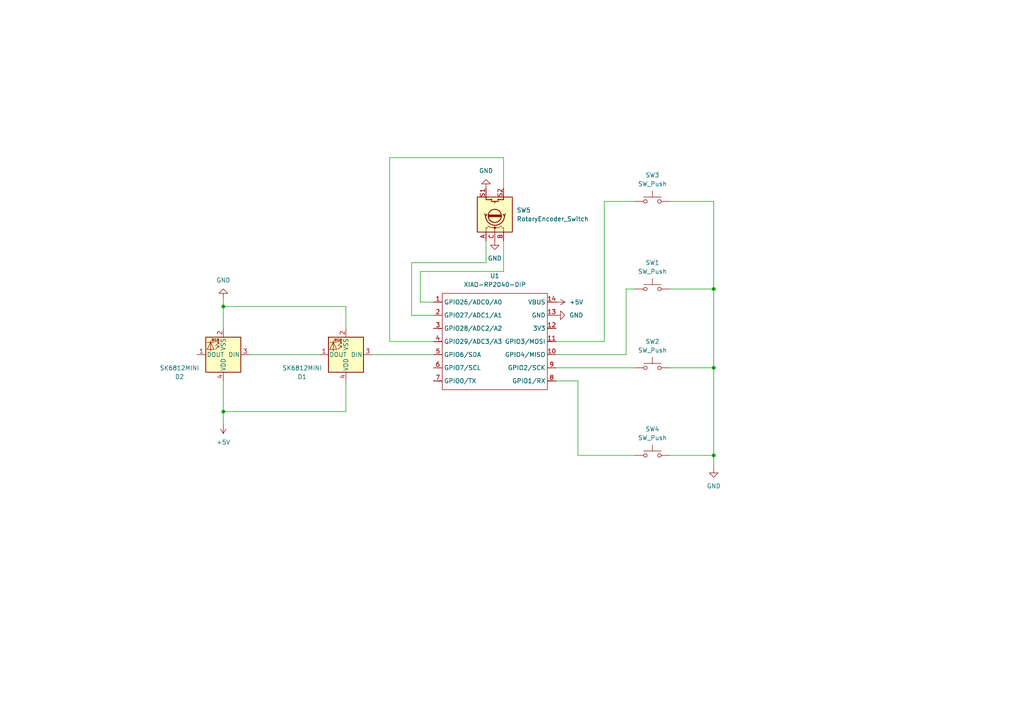
<source format=kicad_sch>
(kicad_sch
	(version 20250114)
	(generator "eeschema")
	(generator_version "9.0")
	(uuid "4f977fbf-7d3c-44e6-a8ea-d8c815258c48")
	(paper "A4")
	(lib_symbols
		(symbol "Device:RotaryEncoder_Switch"
			(pin_names
				(offset 0.254)
				(hide yes)
			)
			(exclude_from_sim no)
			(in_bom yes)
			(on_board yes)
			(property "Reference" "SW"
				(at 0 6.604 0)
				(effects
					(font
						(size 1.27 1.27)
					)
				)
			)
			(property "Value" "RotaryEncoder_Switch"
				(at 0 -6.604 0)
				(effects
					(font
						(size 1.27 1.27)
					)
				)
			)
			(property "Footprint" ""
				(at -3.81 4.064 0)
				(effects
					(font
						(size 1.27 1.27)
					)
					(hide yes)
				)
			)
			(property "Datasheet" "~"
				(at 0 6.604 0)
				(effects
					(font
						(size 1.27 1.27)
					)
					(hide yes)
				)
			)
			(property "Description" "Rotary encoder, dual channel, incremental quadrate outputs, with switch"
				(at 0 0 0)
				(effects
					(font
						(size 1.27 1.27)
					)
					(hide yes)
				)
			)
			(property "ki_keywords" "rotary switch encoder switch push button"
				(at 0 0 0)
				(effects
					(font
						(size 1.27 1.27)
					)
					(hide yes)
				)
			)
			(property "ki_fp_filters" "RotaryEncoder*Switch*"
				(at 0 0 0)
				(effects
					(font
						(size 1.27 1.27)
					)
					(hide yes)
				)
			)
			(symbol "RotaryEncoder_Switch_0_1"
				(rectangle
					(start -5.08 5.08)
					(end 5.08 -5.08)
					(stroke
						(width 0.254)
						(type default)
					)
					(fill
						(type background)
					)
				)
				(polyline
					(pts
						(xy -5.08 2.54) (xy -3.81 2.54) (xy -3.81 2.032)
					)
					(stroke
						(width 0)
						(type default)
					)
					(fill
						(type none)
					)
				)
				(polyline
					(pts
						(xy -5.08 0) (xy -3.81 0) (xy -3.81 -1.016) (xy -3.302 -2.032)
					)
					(stroke
						(width 0)
						(type default)
					)
					(fill
						(type none)
					)
				)
				(polyline
					(pts
						(xy -5.08 -2.54) (xy -3.81 -2.54) (xy -3.81 -2.032)
					)
					(stroke
						(width 0)
						(type default)
					)
					(fill
						(type none)
					)
				)
				(polyline
					(pts
						(xy -4.318 0) (xy -3.81 0) (xy -3.81 1.016) (xy -3.302 2.032)
					)
					(stroke
						(width 0)
						(type default)
					)
					(fill
						(type none)
					)
				)
				(circle
					(center -3.81 0)
					(radius 0.254)
					(stroke
						(width 0)
						(type default)
					)
					(fill
						(type outline)
					)
				)
				(polyline
					(pts
						(xy -0.635 -1.778) (xy -0.635 1.778)
					)
					(stroke
						(width 0.254)
						(type default)
					)
					(fill
						(type none)
					)
				)
				(circle
					(center -0.381 0)
					(radius 1.905)
					(stroke
						(width 0.254)
						(type default)
					)
					(fill
						(type none)
					)
				)
				(polyline
					(pts
						(xy -0.381 -1.778) (xy -0.381 1.778)
					)
					(stroke
						(width 0.254)
						(type default)
					)
					(fill
						(type none)
					)
				)
				(arc
					(start -0.381 -2.794)
					(mid -3.0988 -0.0635)
					(end -0.381 2.667)
					(stroke
						(width 0.254)
						(type default)
					)
					(fill
						(type none)
					)
				)
				(polyline
					(pts
						(xy -0.127 1.778) (xy -0.127 -1.778)
					)
					(stroke
						(width 0.254)
						(type default)
					)
					(fill
						(type none)
					)
				)
				(polyline
					(pts
						(xy 0.254 2.921) (xy -0.508 2.667) (xy 0.127 2.286)
					)
					(stroke
						(width 0.254)
						(type default)
					)
					(fill
						(type none)
					)
				)
				(polyline
					(pts
						(xy 0.254 -3.048) (xy -0.508 -2.794) (xy 0.127 -2.413)
					)
					(stroke
						(width 0.254)
						(type default)
					)
					(fill
						(type none)
					)
				)
				(polyline
					(pts
						(xy 3.81 1.016) (xy 3.81 -1.016)
					)
					(stroke
						(width 0.254)
						(type default)
					)
					(fill
						(type none)
					)
				)
				(polyline
					(pts
						(xy 3.81 0) (xy 3.429 0)
					)
					(stroke
						(width 0.254)
						(type default)
					)
					(fill
						(type none)
					)
				)
				(circle
					(center 4.318 1.016)
					(radius 0.127)
					(stroke
						(width 0.254)
						(type default)
					)
					(fill
						(type none)
					)
				)
				(circle
					(center 4.318 -1.016)
					(radius 0.127)
					(stroke
						(width 0.254)
						(type default)
					)
					(fill
						(type none)
					)
				)
				(polyline
					(pts
						(xy 5.08 2.54) (xy 4.318 2.54) (xy 4.318 1.016)
					)
					(stroke
						(width 0.254)
						(type default)
					)
					(fill
						(type none)
					)
				)
				(polyline
					(pts
						(xy 5.08 -2.54) (xy 4.318 -2.54) (xy 4.318 -1.016)
					)
					(stroke
						(width 0.254)
						(type default)
					)
					(fill
						(type none)
					)
				)
			)
			(symbol "RotaryEncoder_Switch_1_1"
				(pin passive line
					(at -7.62 2.54 0)
					(length 2.54)
					(name "A"
						(effects
							(font
								(size 1.27 1.27)
							)
						)
					)
					(number "A"
						(effects
							(font
								(size 1.27 1.27)
							)
						)
					)
				)
				(pin passive line
					(at -7.62 0 0)
					(length 2.54)
					(name "C"
						(effects
							(font
								(size 1.27 1.27)
							)
						)
					)
					(number "C"
						(effects
							(font
								(size 1.27 1.27)
							)
						)
					)
				)
				(pin passive line
					(at -7.62 -2.54 0)
					(length 2.54)
					(name "B"
						(effects
							(font
								(size 1.27 1.27)
							)
						)
					)
					(number "B"
						(effects
							(font
								(size 1.27 1.27)
							)
						)
					)
				)
				(pin passive line
					(at 7.62 2.54 180)
					(length 2.54)
					(name "S1"
						(effects
							(font
								(size 1.27 1.27)
							)
						)
					)
					(number "S1"
						(effects
							(font
								(size 1.27 1.27)
							)
						)
					)
				)
				(pin passive line
					(at 7.62 -2.54 180)
					(length 2.54)
					(name "S2"
						(effects
							(font
								(size 1.27 1.27)
							)
						)
					)
					(number "S2"
						(effects
							(font
								(size 1.27 1.27)
							)
						)
					)
				)
			)
			(embedded_fonts no)
		)
		(symbol "LED:SK6812MINI"
			(pin_names
				(offset 0.254)
			)
			(exclude_from_sim no)
			(in_bom yes)
			(on_board yes)
			(property "Reference" "D"
				(at 5.08 5.715 0)
				(effects
					(font
						(size 1.27 1.27)
					)
					(justify right bottom)
				)
			)
			(property "Value" "SK6812MINI"
				(at 1.27 -5.715 0)
				(effects
					(font
						(size 1.27 1.27)
					)
					(justify left top)
				)
			)
			(property "Footprint" "LED_SMD:LED_SK6812MINI_PLCC4_3.5x3.5mm_P1.75mm"
				(at 1.27 -7.62 0)
				(effects
					(font
						(size 1.27 1.27)
					)
					(justify left top)
					(hide yes)
				)
			)
			(property "Datasheet" "https://cdn-shop.adafruit.com/product-files/2686/SK6812MINI_REV.01-1-2.pdf"
				(at 2.54 -9.525 0)
				(effects
					(font
						(size 1.27 1.27)
					)
					(justify left top)
					(hide yes)
				)
			)
			(property "Description" "RGB LED with integrated controller"
				(at 0 0 0)
				(effects
					(font
						(size 1.27 1.27)
					)
					(hide yes)
				)
			)
			(property "ki_keywords" "RGB LED NeoPixel Mini addressable"
				(at 0 0 0)
				(effects
					(font
						(size 1.27 1.27)
					)
					(hide yes)
				)
			)
			(property "ki_fp_filters" "LED*SK6812MINI*PLCC*3.5x3.5mm*P1.75mm*"
				(at 0 0 0)
				(effects
					(font
						(size 1.27 1.27)
					)
					(hide yes)
				)
			)
			(symbol "SK6812MINI_0_0"
				(text "RGB"
					(at 2.286 -4.191 0)
					(effects
						(font
							(size 0.762 0.762)
						)
					)
				)
			)
			(symbol "SK6812MINI_0_1"
				(polyline
					(pts
						(xy 1.27 -2.54) (xy 1.778 -2.54)
					)
					(stroke
						(width 0)
						(type default)
					)
					(fill
						(type none)
					)
				)
				(polyline
					(pts
						(xy 1.27 -3.556) (xy 1.778 -3.556)
					)
					(stroke
						(width 0)
						(type default)
					)
					(fill
						(type none)
					)
				)
				(polyline
					(pts
						(xy 2.286 -1.524) (xy 1.27 -2.54) (xy 1.27 -2.032)
					)
					(stroke
						(width 0)
						(type default)
					)
					(fill
						(type none)
					)
				)
				(polyline
					(pts
						(xy 2.286 -2.54) (xy 1.27 -3.556) (xy 1.27 -3.048)
					)
					(stroke
						(width 0)
						(type default)
					)
					(fill
						(type none)
					)
				)
				(polyline
					(pts
						(xy 3.683 -1.016) (xy 3.683 -3.556) (xy 3.683 -4.064)
					)
					(stroke
						(width 0)
						(type default)
					)
					(fill
						(type none)
					)
				)
				(polyline
					(pts
						(xy 4.699 -1.524) (xy 2.667 -1.524) (xy 3.683 -3.556) (xy 4.699 -1.524)
					)
					(stroke
						(width 0)
						(type default)
					)
					(fill
						(type none)
					)
				)
				(polyline
					(pts
						(xy 4.699 -3.556) (xy 2.667 -3.556)
					)
					(stroke
						(width 0)
						(type default)
					)
					(fill
						(type none)
					)
				)
				(rectangle
					(start 5.08 5.08)
					(end -5.08 -5.08)
					(stroke
						(width 0.254)
						(type default)
					)
					(fill
						(type background)
					)
				)
			)
			(symbol "SK6812MINI_1_1"
				(pin input line
					(at -7.62 0 0)
					(length 2.54)
					(name "DIN"
						(effects
							(font
								(size 1.27 1.27)
							)
						)
					)
					(number "3"
						(effects
							(font
								(size 1.27 1.27)
							)
						)
					)
				)
				(pin power_in line
					(at 0 7.62 270)
					(length 2.54)
					(name "VDD"
						(effects
							(font
								(size 1.27 1.27)
							)
						)
					)
					(number "4"
						(effects
							(font
								(size 1.27 1.27)
							)
						)
					)
				)
				(pin power_in line
					(at 0 -7.62 90)
					(length 2.54)
					(name "VSS"
						(effects
							(font
								(size 1.27 1.27)
							)
						)
					)
					(number "2"
						(effects
							(font
								(size 1.27 1.27)
							)
						)
					)
				)
				(pin output line
					(at 7.62 0 180)
					(length 2.54)
					(name "DOUT"
						(effects
							(font
								(size 1.27 1.27)
							)
						)
					)
					(number "1"
						(effects
							(font
								(size 1.27 1.27)
							)
						)
					)
				)
			)
			(embedded_fonts no)
		)
		(symbol "OPL library:XIAO-RP2040-DIP"
			(exclude_from_sim no)
			(in_bom yes)
			(on_board yes)
			(property "Reference" "U"
				(at 0 0 0)
				(effects
					(font
						(size 1.27 1.27)
					)
				)
			)
			(property "Value" "XIAO-RP2040-DIP"
				(at 5.334 -1.778 0)
				(effects
					(font
						(size 1.27 1.27)
					)
				)
			)
			(property "Footprint" "Module:MOUDLE14P-XIAO-DIP-SMD"
				(at 14.478 -32.258 0)
				(effects
					(font
						(size 1.27 1.27)
					)
					(hide yes)
				)
			)
			(property "Datasheet" ""
				(at 0 0 0)
				(effects
					(font
						(size 1.27 1.27)
					)
					(hide yes)
				)
			)
			(property "Description" ""
				(at 0 0 0)
				(effects
					(font
						(size 1.27 1.27)
					)
					(hide yes)
				)
			)
			(symbol "XIAO-RP2040-DIP_1_0"
				(polyline
					(pts
						(xy -1.27 -2.54) (xy 29.21 -2.54)
					)
					(stroke
						(width 0.1524)
						(type solid)
					)
					(fill
						(type none)
					)
				)
				(polyline
					(pts
						(xy -1.27 -5.08) (xy -2.54 -5.08)
					)
					(stroke
						(width 0.1524)
						(type solid)
					)
					(fill
						(type none)
					)
				)
				(polyline
					(pts
						(xy -1.27 -5.08) (xy -1.27 -2.54)
					)
					(stroke
						(width 0.1524)
						(type solid)
					)
					(fill
						(type none)
					)
				)
				(polyline
					(pts
						(xy -1.27 -8.89) (xy -2.54 -8.89)
					)
					(stroke
						(width 0.1524)
						(type solid)
					)
					(fill
						(type none)
					)
				)
				(polyline
					(pts
						(xy -1.27 -8.89) (xy -1.27 -5.08)
					)
					(stroke
						(width 0.1524)
						(type solid)
					)
					(fill
						(type none)
					)
				)
				(polyline
					(pts
						(xy -1.27 -12.7) (xy -2.54 -12.7)
					)
					(stroke
						(width 0.1524)
						(type solid)
					)
					(fill
						(type none)
					)
				)
				(polyline
					(pts
						(xy -1.27 -12.7) (xy -1.27 -8.89)
					)
					(stroke
						(width 0.1524)
						(type solid)
					)
					(fill
						(type none)
					)
				)
				(polyline
					(pts
						(xy -1.27 -16.51) (xy -2.54 -16.51)
					)
					(stroke
						(width 0.1524)
						(type solid)
					)
					(fill
						(type none)
					)
				)
				(polyline
					(pts
						(xy -1.27 -16.51) (xy -1.27 -12.7)
					)
					(stroke
						(width 0.1524)
						(type solid)
					)
					(fill
						(type none)
					)
				)
				(polyline
					(pts
						(xy -1.27 -20.32) (xy -2.54 -20.32)
					)
					(stroke
						(width 0.1524)
						(type solid)
					)
					(fill
						(type none)
					)
				)
				(polyline
					(pts
						(xy -1.27 -24.13) (xy -2.54 -24.13)
					)
					(stroke
						(width 0.1524)
						(type solid)
					)
					(fill
						(type none)
					)
				)
				(polyline
					(pts
						(xy -1.27 -27.94) (xy -2.54 -27.94)
					)
					(stroke
						(width 0.1524)
						(type solid)
					)
					(fill
						(type none)
					)
				)
				(polyline
					(pts
						(xy -1.27 -30.48) (xy -1.27 -16.51)
					)
					(stroke
						(width 0.1524)
						(type solid)
					)
					(fill
						(type none)
					)
				)
				(polyline
					(pts
						(xy 29.21 -2.54) (xy 29.21 -5.08)
					)
					(stroke
						(width 0.1524)
						(type solid)
					)
					(fill
						(type none)
					)
				)
				(polyline
					(pts
						(xy 29.21 -5.08) (xy 29.21 -8.89)
					)
					(stroke
						(width 0.1524)
						(type solid)
					)
					(fill
						(type none)
					)
				)
				(polyline
					(pts
						(xy 29.21 -8.89) (xy 29.21 -12.7)
					)
					(stroke
						(width 0.1524)
						(type solid)
					)
					(fill
						(type none)
					)
				)
				(polyline
					(pts
						(xy 29.21 -12.7) (xy 29.21 -30.48)
					)
					(stroke
						(width 0.1524)
						(type solid)
					)
					(fill
						(type none)
					)
				)
				(polyline
					(pts
						(xy 29.21 -30.48) (xy -1.27 -30.48)
					)
					(stroke
						(width 0.1524)
						(type solid)
					)
					(fill
						(type none)
					)
				)
				(polyline
					(pts
						(xy 30.48 -5.08) (xy 29.21 -5.08)
					)
					(stroke
						(width 0.1524)
						(type solid)
					)
					(fill
						(type none)
					)
				)
				(polyline
					(pts
						(xy 30.48 -8.89) (xy 29.21 -8.89)
					)
					(stroke
						(width 0.1524)
						(type solid)
					)
					(fill
						(type none)
					)
				)
				(polyline
					(pts
						(xy 30.48 -12.7) (xy 29.21 -12.7)
					)
					(stroke
						(width 0.1524)
						(type solid)
					)
					(fill
						(type none)
					)
				)
				(polyline
					(pts
						(xy 30.48 -16.51) (xy 29.21 -16.51)
					)
					(stroke
						(width 0.1524)
						(type solid)
					)
					(fill
						(type none)
					)
				)
				(polyline
					(pts
						(xy 30.48 -20.32) (xy 29.21 -20.32)
					)
					(stroke
						(width 0.1524)
						(type solid)
					)
					(fill
						(type none)
					)
				)
				(polyline
					(pts
						(xy 30.48 -24.13) (xy 29.21 -24.13)
					)
					(stroke
						(width 0.1524)
						(type solid)
					)
					(fill
						(type none)
					)
				)
				(polyline
					(pts
						(xy 30.48 -27.94) (xy 29.21 -27.94)
					)
					(stroke
						(width 0.1524)
						(type solid)
					)
					(fill
						(type none)
					)
				)
				(pin passive line
					(at -3.81 -5.08 0)
					(length 2.54)
					(name "GPIO26/ADC0/A0"
						(effects
							(font
								(size 1.27 1.27)
							)
						)
					)
					(number "1"
						(effects
							(font
								(size 1.27 1.27)
							)
						)
					)
				)
				(pin passive line
					(at -3.81 -8.89 0)
					(length 2.54)
					(name "GPIO27/ADC1/A1"
						(effects
							(font
								(size 1.27 1.27)
							)
						)
					)
					(number "2"
						(effects
							(font
								(size 1.27 1.27)
							)
						)
					)
				)
				(pin passive line
					(at -3.81 -12.7 0)
					(length 2.54)
					(name "GPIO28/ADC2/A2"
						(effects
							(font
								(size 1.27 1.27)
							)
						)
					)
					(number "3"
						(effects
							(font
								(size 1.27 1.27)
							)
						)
					)
				)
				(pin passive line
					(at -3.81 -16.51 0)
					(length 2.54)
					(name "GPIO29/ADC3/A3"
						(effects
							(font
								(size 1.27 1.27)
							)
						)
					)
					(number "4"
						(effects
							(font
								(size 1.27 1.27)
							)
						)
					)
				)
				(pin passive line
					(at -3.81 -20.32 0)
					(length 2.54)
					(name "GPIO6/SDA"
						(effects
							(font
								(size 1.27 1.27)
							)
						)
					)
					(number "5"
						(effects
							(font
								(size 1.27 1.27)
							)
						)
					)
				)
				(pin passive line
					(at -3.81 -24.13 0)
					(length 2.54)
					(name "GPIO7/SCL"
						(effects
							(font
								(size 1.27 1.27)
							)
						)
					)
					(number "6"
						(effects
							(font
								(size 1.27 1.27)
							)
						)
					)
				)
				(pin passive line
					(at -3.81 -27.94 0)
					(length 2.54)
					(name "GPIO0/TX"
						(effects
							(font
								(size 1.27 1.27)
							)
						)
					)
					(number "7"
						(effects
							(font
								(size 1.27 1.27)
							)
						)
					)
				)
				(pin passive line
					(at 31.75 -5.08 180)
					(length 2.54)
					(name "VBUS"
						(effects
							(font
								(size 1.27 1.27)
							)
						)
					)
					(number "14"
						(effects
							(font
								(size 1.27 1.27)
							)
						)
					)
				)
				(pin passive line
					(at 31.75 -8.89 180)
					(length 2.54)
					(name "GND"
						(effects
							(font
								(size 1.27 1.27)
							)
						)
					)
					(number "13"
						(effects
							(font
								(size 1.27 1.27)
							)
						)
					)
				)
				(pin passive line
					(at 31.75 -12.7 180)
					(length 2.54)
					(name "3V3"
						(effects
							(font
								(size 1.27 1.27)
							)
						)
					)
					(number "12"
						(effects
							(font
								(size 1.27 1.27)
							)
						)
					)
				)
				(pin passive line
					(at 31.75 -16.51 180)
					(length 2.54)
					(name "GPIO3/MOSI"
						(effects
							(font
								(size 1.27 1.27)
							)
						)
					)
					(number "11"
						(effects
							(font
								(size 1.27 1.27)
							)
						)
					)
				)
				(pin passive line
					(at 31.75 -20.32 180)
					(length 2.54)
					(name "GPIO4/MISO"
						(effects
							(font
								(size 1.27 1.27)
							)
						)
					)
					(number "10"
						(effects
							(font
								(size 1.27 1.27)
							)
						)
					)
				)
				(pin passive line
					(at 31.75 -24.13 180)
					(length 2.54)
					(name "GPIO2/SCK"
						(effects
							(font
								(size 1.27 1.27)
							)
						)
					)
					(number "9"
						(effects
							(font
								(size 1.27 1.27)
							)
						)
					)
				)
				(pin passive line
					(at 31.75 -27.94 180)
					(length 2.54)
					(name "GPIO1/RX"
						(effects
							(font
								(size 1.27 1.27)
							)
						)
					)
					(number "8"
						(effects
							(font
								(size 1.27 1.27)
							)
						)
					)
				)
			)
			(embedded_fonts no)
		)
		(symbol "Switch:SW_Push"
			(pin_numbers
				(hide yes)
			)
			(pin_names
				(offset 1.016)
				(hide yes)
			)
			(exclude_from_sim no)
			(in_bom yes)
			(on_board yes)
			(property "Reference" "SW"
				(at 1.27 2.54 0)
				(effects
					(font
						(size 1.27 1.27)
					)
					(justify left)
				)
			)
			(property "Value" "SW_Push"
				(at 0 -1.524 0)
				(effects
					(font
						(size 1.27 1.27)
					)
				)
			)
			(property "Footprint" ""
				(at 0 5.08 0)
				(effects
					(font
						(size 1.27 1.27)
					)
					(hide yes)
				)
			)
			(property "Datasheet" "~"
				(at 0 5.08 0)
				(effects
					(font
						(size 1.27 1.27)
					)
					(hide yes)
				)
			)
			(property "Description" "Push button switch, generic, two pins"
				(at 0 0 0)
				(effects
					(font
						(size 1.27 1.27)
					)
					(hide yes)
				)
			)
			(property "ki_keywords" "switch normally-open pushbutton push-button"
				(at 0 0 0)
				(effects
					(font
						(size 1.27 1.27)
					)
					(hide yes)
				)
			)
			(symbol "SW_Push_0_1"
				(circle
					(center -2.032 0)
					(radius 0.508)
					(stroke
						(width 0)
						(type default)
					)
					(fill
						(type none)
					)
				)
				(polyline
					(pts
						(xy 0 1.27) (xy 0 3.048)
					)
					(stroke
						(width 0)
						(type default)
					)
					(fill
						(type none)
					)
				)
				(circle
					(center 2.032 0)
					(radius 0.508)
					(stroke
						(width 0)
						(type default)
					)
					(fill
						(type none)
					)
				)
				(polyline
					(pts
						(xy 2.54 1.27) (xy -2.54 1.27)
					)
					(stroke
						(width 0)
						(type default)
					)
					(fill
						(type none)
					)
				)
				(pin passive line
					(at -5.08 0 0)
					(length 2.54)
					(name "1"
						(effects
							(font
								(size 1.27 1.27)
							)
						)
					)
					(number "1"
						(effects
							(font
								(size 1.27 1.27)
							)
						)
					)
				)
				(pin passive line
					(at 5.08 0 180)
					(length 2.54)
					(name "2"
						(effects
							(font
								(size 1.27 1.27)
							)
						)
					)
					(number "2"
						(effects
							(font
								(size 1.27 1.27)
							)
						)
					)
				)
			)
			(embedded_fonts no)
		)
		(symbol "power:+5V"
			(power)
			(pin_numbers
				(hide yes)
			)
			(pin_names
				(offset 0)
				(hide yes)
			)
			(exclude_from_sim no)
			(in_bom yes)
			(on_board yes)
			(property "Reference" "#PWR"
				(at 0 -3.81 0)
				(effects
					(font
						(size 1.27 1.27)
					)
					(hide yes)
				)
			)
			(property "Value" "+5V"
				(at 0 3.556 0)
				(effects
					(font
						(size 1.27 1.27)
					)
				)
			)
			(property "Footprint" ""
				(at 0 0 0)
				(effects
					(font
						(size 1.27 1.27)
					)
					(hide yes)
				)
			)
			(property "Datasheet" ""
				(at 0 0 0)
				(effects
					(font
						(size 1.27 1.27)
					)
					(hide yes)
				)
			)
			(property "Description" "Power symbol creates a global label with name \"+5V\""
				(at 0 0 0)
				(effects
					(font
						(size 1.27 1.27)
					)
					(hide yes)
				)
			)
			(property "ki_keywords" "global power"
				(at 0 0 0)
				(effects
					(font
						(size 1.27 1.27)
					)
					(hide yes)
				)
			)
			(symbol "+5V_0_1"
				(polyline
					(pts
						(xy -0.762 1.27) (xy 0 2.54)
					)
					(stroke
						(width 0)
						(type default)
					)
					(fill
						(type none)
					)
				)
				(polyline
					(pts
						(xy 0 2.54) (xy 0.762 1.27)
					)
					(stroke
						(width 0)
						(type default)
					)
					(fill
						(type none)
					)
				)
				(polyline
					(pts
						(xy 0 0) (xy 0 2.54)
					)
					(stroke
						(width 0)
						(type default)
					)
					(fill
						(type none)
					)
				)
			)
			(symbol "+5V_1_1"
				(pin power_in line
					(at 0 0 90)
					(length 0)
					(name "~"
						(effects
							(font
								(size 1.27 1.27)
							)
						)
					)
					(number "1"
						(effects
							(font
								(size 1.27 1.27)
							)
						)
					)
				)
			)
			(embedded_fonts no)
		)
		(symbol "power:GND"
			(power)
			(pin_numbers
				(hide yes)
			)
			(pin_names
				(offset 0)
				(hide yes)
			)
			(exclude_from_sim no)
			(in_bom yes)
			(on_board yes)
			(property "Reference" "#PWR"
				(at 0 -6.35 0)
				(effects
					(font
						(size 1.27 1.27)
					)
					(hide yes)
				)
			)
			(property "Value" "GND"
				(at 0 -3.81 0)
				(effects
					(font
						(size 1.27 1.27)
					)
				)
			)
			(property "Footprint" ""
				(at 0 0 0)
				(effects
					(font
						(size 1.27 1.27)
					)
					(hide yes)
				)
			)
			(property "Datasheet" ""
				(at 0 0 0)
				(effects
					(font
						(size 1.27 1.27)
					)
					(hide yes)
				)
			)
			(property "Description" "Power symbol creates a global label with name \"GND\" , ground"
				(at 0 0 0)
				(effects
					(font
						(size 1.27 1.27)
					)
					(hide yes)
				)
			)
			(property "ki_keywords" "global power"
				(at 0 0 0)
				(effects
					(font
						(size 1.27 1.27)
					)
					(hide yes)
				)
			)
			(symbol "GND_0_1"
				(polyline
					(pts
						(xy 0 0) (xy 0 -1.27) (xy 1.27 -1.27) (xy 0 -2.54) (xy -1.27 -1.27) (xy 0 -1.27)
					)
					(stroke
						(width 0)
						(type default)
					)
					(fill
						(type none)
					)
				)
			)
			(symbol "GND_1_1"
				(pin power_in line
					(at 0 0 270)
					(length 0)
					(name "~"
						(effects
							(font
								(size 1.27 1.27)
							)
						)
					)
					(number "1"
						(effects
							(font
								(size 1.27 1.27)
							)
						)
					)
				)
			)
			(embedded_fonts no)
		)
	)
	(junction
		(at 207.01 106.68)
		(diameter 0)
		(color 0 0 0 0)
		(uuid "69ab3ded-8bd3-4e7a-a7e3-e70fde6d2bca")
	)
	(junction
		(at 64.77 119.38)
		(diameter 0)
		(color 0 0 0 0)
		(uuid "7e2acadf-240e-4845-a0f5-e4be6026f37c")
	)
	(junction
		(at 207.01 132.08)
		(diameter 0)
		(color 0 0 0 0)
		(uuid "af993e26-3a14-437e-81b9-d4474d1ba1d8")
	)
	(junction
		(at 64.77 88.9)
		(diameter 0)
		(color 0 0 0 0)
		(uuid "b378703e-edc5-4454-8798-2ebf3817d413")
	)
	(junction
		(at 207.01 83.82)
		(diameter 0)
		(color 0 0 0 0)
		(uuid "e42c66ff-fd65-4e56-a867-7dfb0850ef40")
	)
	(wire
		(pts
			(xy 184.15 58.42) (xy 175.26 58.42)
		)
		(stroke
			(width 0)
			(type default)
		)
		(uuid "03aade03-266d-47e9-b725-0457e51cd5b3")
	)
	(wire
		(pts
			(xy 181.61 102.87) (xy 161.29 102.87)
		)
		(stroke
			(width 0)
			(type default)
		)
		(uuid "2002638f-7a23-4a44-b147-a3b0ba445a05")
	)
	(wire
		(pts
			(xy 64.77 123.19) (xy 64.77 119.38)
		)
		(stroke
			(width 0)
			(type default)
		)
		(uuid "207ccb17-b239-46bb-98a6-ee384d9a90a3")
	)
	(wire
		(pts
			(xy 194.31 58.42) (xy 207.01 58.42)
		)
		(stroke
			(width 0)
			(type default)
		)
		(uuid "21fd5892-eba1-4f91-9b40-d932903ed015")
	)
	(wire
		(pts
			(xy 194.31 83.82) (xy 207.01 83.82)
		)
		(stroke
			(width 0)
			(type default)
		)
		(uuid "286b1b80-5f92-44a9-9d75-163c645d8fc6")
	)
	(wire
		(pts
			(xy 64.77 88.9) (xy 64.77 86.36)
		)
		(stroke
			(width 0)
			(type default)
		)
		(uuid "2d0d9e4a-477b-43e6-91db-3b1e51e79755")
	)
	(wire
		(pts
			(xy 184.15 83.82) (xy 181.61 83.82)
		)
		(stroke
			(width 0)
			(type default)
		)
		(uuid "3251401f-7b13-4d36-8eef-426d7c8a386d")
	)
	(wire
		(pts
			(xy 100.33 110.49) (xy 100.33 119.38)
		)
		(stroke
			(width 0)
			(type default)
		)
		(uuid "3fad3ec6-5ac5-45e8-b97b-5f0d2538e5f7")
	)
	(wire
		(pts
			(xy 194.31 106.68) (xy 207.01 106.68)
		)
		(stroke
			(width 0)
			(type default)
		)
		(uuid "421ac186-9e93-4c86-b478-824527ed0e13")
	)
	(wire
		(pts
			(xy 146.05 45.72) (xy 113.03 45.72)
		)
		(stroke
			(width 0)
			(type default)
		)
		(uuid "4cb8376b-5656-4ff7-98c7-ba7d28baef9f")
	)
	(wire
		(pts
			(xy 100.33 119.38) (xy 64.77 119.38)
		)
		(stroke
			(width 0)
			(type default)
		)
		(uuid "4e7c1765-e4c1-4c33-8a3a-f79498e32a31")
	)
	(wire
		(pts
			(xy 167.64 132.08) (xy 167.64 110.49)
		)
		(stroke
			(width 0)
			(type default)
		)
		(uuid "4fbbd810-d122-4aa5-b52b-83eb5e99a9fe")
	)
	(wire
		(pts
			(xy 100.33 88.9) (xy 64.77 88.9)
		)
		(stroke
			(width 0)
			(type default)
		)
		(uuid "532e2e41-91f7-4e2c-bacc-882e1234122b")
	)
	(wire
		(pts
			(xy 207.01 132.08) (xy 207.01 135.89)
		)
		(stroke
			(width 0)
			(type default)
		)
		(uuid "56e4bbf4-79be-4784-9a28-ac035f7186b3")
	)
	(wire
		(pts
			(xy 140.97 69.85) (xy 140.97 76.2)
		)
		(stroke
			(width 0)
			(type default)
		)
		(uuid "57ff7107-b15f-4b22-8979-43bf70c21e9b")
	)
	(wire
		(pts
			(xy 121.92 87.63) (xy 125.73 87.63)
		)
		(stroke
			(width 0)
			(type default)
		)
		(uuid "597c008f-acd9-4be7-8a00-720e1c36cb68")
	)
	(wire
		(pts
			(xy 113.03 45.72) (xy 113.03 99.06)
		)
		(stroke
			(width 0)
			(type default)
		)
		(uuid "59cc037f-d4cc-46ff-95c6-e5004ec98396")
	)
	(wire
		(pts
			(xy 119.38 76.2) (xy 119.38 91.44)
		)
		(stroke
			(width 0)
			(type default)
		)
		(uuid "638ddf6f-0d91-4cec-a944-63b714c6d662")
	)
	(wire
		(pts
			(xy 107.95 102.87) (xy 125.73 102.87)
		)
		(stroke
			(width 0)
			(type default)
		)
		(uuid "703d65b1-6a45-4f45-88d9-99436c8a1305")
	)
	(wire
		(pts
			(xy 121.92 78.74) (xy 121.92 87.63)
		)
		(stroke
			(width 0)
			(type default)
		)
		(uuid "73dd4ffe-a931-40f7-a5a0-57bde25ee024")
	)
	(wire
		(pts
			(xy 207.01 106.68) (xy 207.01 132.08)
		)
		(stroke
			(width 0)
			(type default)
		)
		(uuid "7ca3bb13-80b1-4972-891e-fe5c48e1a072")
	)
	(wire
		(pts
			(xy 140.97 76.2) (xy 119.38 76.2)
		)
		(stroke
			(width 0)
			(type default)
		)
		(uuid "87d86983-dea6-4af0-bb5a-c747e39b0837")
	)
	(wire
		(pts
			(xy 64.77 119.38) (xy 64.77 110.49)
		)
		(stroke
			(width 0)
			(type default)
		)
		(uuid "885d2613-46f8-48ea-b98b-43c276516046")
	)
	(wire
		(pts
			(xy 167.64 110.49) (xy 161.29 110.49)
		)
		(stroke
			(width 0)
			(type default)
		)
		(uuid "89576b12-93eb-4f05-b65f-6927ba71338f")
	)
	(wire
		(pts
			(xy 161.29 106.68) (xy 184.15 106.68)
		)
		(stroke
			(width 0)
			(type default)
		)
		(uuid "a75bb8c1-bd55-4a12-9609-7d8e6cb07463")
	)
	(wire
		(pts
			(xy 119.38 91.44) (xy 125.73 91.44)
		)
		(stroke
			(width 0)
			(type default)
		)
		(uuid "a76468b4-f406-4953-93e4-6b6f071321ad")
	)
	(wire
		(pts
			(xy 146.05 69.85) (xy 146.05 78.74)
		)
		(stroke
			(width 0)
			(type default)
		)
		(uuid "ae35c04e-c2b9-43b4-a919-4a8e3c02ee43")
	)
	(wire
		(pts
			(xy 100.33 95.25) (xy 100.33 88.9)
		)
		(stroke
			(width 0)
			(type default)
		)
		(uuid "bd9e9ae2-c76f-475b-8667-87599cf60d6c")
	)
	(wire
		(pts
			(xy 92.71 102.87) (xy 72.39 102.87)
		)
		(stroke
			(width 0)
			(type default)
		)
		(uuid "cd1a6d13-4fc1-475d-a08d-e6266673bab1")
	)
	(wire
		(pts
			(xy 175.26 99.06) (xy 161.29 99.06)
		)
		(stroke
			(width 0)
			(type default)
		)
		(uuid "ce0bdf07-18e4-4a07-a004-c096dcc4f77a")
	)
	(wire
		(pts
			(xy 64.77 95.25) (xy 64.77 88.9)
		)
		(stroke
			(width 0)
			(type default)
		)
		(uuid "d2420d19-ce43-4849-a140-b8fa690c7d46")
	)
	(wire
		(pts
			(xy 207.01 58.42) (xy 207.01 83.82)
		)
		(stroke
			(width 0)
			(type default)
		)
		(uuid "d3557ba0-f94c-4689-a2b4-a3d8236652d2")
	)
	(wire
		(pts
			(xy 113.03 99.06) (xy 125.73 99.06)
		)
		(stroke
			(width 0)
			(type default)
		)
		(uuid "d9e98c84-be32-464d-94d0-7ca6514ca671")
	)
	(wire
		(pts
			(xy 184.15 132.08) (xy 167.64 132.08)
		)
		(stroke
			(width 0)
			(type default)
		)
		(uuid "dceb6e74-ef8d-47aa-87d1-2761d5091f3b")
	)
	(wire
		(pts
			(xy 207.01 83.82) (xy 207.01 106.68)
		)
		(stroke
			(width 0)
			(type default)
		)
		(uuid "e0885bbc-e48c-4d69-9077-f2ab00463e4e")
	)
	(wire
		(pts
			(xy 175.26 58.42) (xy 175.26 99.06)
		)
		(stroke
			(width 0)
			(type default)
		)
		(uuid "e703fd3d-b844-49ab-9217-0b845c41e53c")
	)
	(wire
		(pts
			(xy 146.05 54.61) (xy 146.05 45.72)
		)
		(stroke
			(width 0)
			(type default)
		)
		(uuid "ed2db825-f75f-46ea-b7b6-051e792c70f4")
	)
	(wire
		(pts
			(xy 194.31 132.08) (xy 207.01 132.08)
		)
		(stroke
			(width 0)
			(type default)
		)
		(uuid "ede791cf-e151-4d5d-9c5f-edae32fca000")
	)
	(wire
		(pts
			(xy 181.61 83.82) (xy 181.61 102.87)
		)
		(stroke
			(width 0)
			(type default)
		)
		(uuid "f29b2f1d-a5f3-4cde-9191-88d50b1dbe88")
	)
	(wire
		(pts
			(xy 146.05 78.74) (xy 121.92 78.74)
		)
		(stroke
			(width 0)
			(type default)
		)
		(uuid "fc6d1fe8-4576-4aa1-9d2b-f458e7d0e25a")
	)
	(symbol
		(lib_id "OPL library:XIAO-RP2040-DIP")
		(at 129.54 82.55 0)
		(unit 1)
		(exclude_from_sim no)
		(in_bom yes)
		(on_board yes)
		(dnp no)
		(fields_autoplaced yes)
		(uuid "0a4fc685-9b55-463e-b433-24abe3b5b0cb")
		(property "Reference" "U1"
			(at 143.51 80.01 0)
			(effects
				(font
					(size 1.27 1.27)
				)
			)
		)
		(property "Value" "XIAO-RP2040-DIP"
			(at 143.51 82.55 0)
			(effects
				(font
					(size 1.27 1.27)
				)
			)
		)
		(property "Footprint" "OPL Lib:XIAO-RP2040-DIP"
			(at 144.018 114.808 0)
			(effects
				(font
					(size 1.27 1.27)
				)
				(hide yes)
			)
		)
		(property "Datasheet" ""
			(at 129.54 82.55 0)
			(effects
				(font
					(size 1.27 1.27)
				)
				(hide yes)
			)
		)
		(property "Description" ""
			(at 129.54 82.55 0)
			(effects
				(font
					(size 1.27 1.27)
				)
				(hide yes)
			)
		)
		(pin "13"
			(uuid "8aa33c5b-5068-4586-b0a4-ca12fe590c24")
		)
		(pin "3"
			(uuid "57cc9e72-ea2d-43e8-ba7c-f195f5fa54b2")
		)
		(pin "7"
			(uuid "be5af8dc-7fe0-4aa7-8fcb-69cdb9ed7062")
		)
		(pin "12"
			(uuid "d6e8aa1c-7946-4cfb-8c1b-1d978fdeb275")
		)
		(pin "9"
			(uuid "c8230f29-a685-48e6-8ac9-2c0a10e71620")
		)
		(pin "6"
			(uuid "ac76678b-3af8-479c-8955-4477dd8ed284")
		)
		(pin "5"
			(uuid "3d10742b-302e-4ba4-bc2e-b4fd8e456f78")
		)
		(pin "4"
			(uuid "de81b9e7-7e2f-48c1-819f-8804267b347f")
		)
		(pin "2"
			(uuid "a0046448-679e-440c-8387-67dd662799fb")
		)
		(pin "14"
			(uuid "d7c5b4bf-4056-4c0e-a0df-836a6d81afa4")
		)
		(pin "10"
			(uuid "b194d8c4-c6ba-4e4e-8848-63eb6b8175a3")
		)
		(pin "1"
			(uuid "ea8d0bb5-692b-4c55-b120-57cd0c6c5f90")
		)
		(pin "11"
			(uuid "0ae0f36a-6cc9-4acd-a66f-115fce65d0b8")
		)
		(pin "8"
			(uuid "e85952ff-b2a4-49d2-b8c1-3bf83d6ea63c")
		)
		(instances
			(project ""
				(path "/4f977fbf-7d3c-44e6-a8ea-d8c815258c48"
					(reference "U1")
					(unit 1)
				)
			)
		)
	)
	(symbol
		(lib_id "Switch:SW_Push")
		(at 189.23 106.68 0)
		(unit 1)
		(exclude_from_sim no)
		(in_bom yes)
		(on_board yes)
		(dnp no)
		(fields_autoplaced yes)
		(uuid "160587fb-0275-4029-8c3b-50287b9c0691")
		(property "Reference" "SW2"
			(at 189.23 99.06 0)
			(effects
				(font
					(size 1.27 1.27)
				)
			)
		)
		(property "Value" "SW_Push"
			(at 189.23 101.6 0)
			(effects
				(font
					(size 1.27 1.27)
				)
			)
		)
		(property "Footprint" "Button_Switch_Keyboard:SW_Cherry_MX_1.00u_PCB"
			(at 189.23 101.6 0)
			(effects
				(font
					(size 1.27 1.27)
				)
				(hide yes)
			)
		)
		(property "Datasheet" "~"
			(at 189.23 101.6 0)
			(effects
				(font
					(size 1.27 1.27)
				)
				(hide yes)
			)
		)
		(property "Description" "Push button switch, generic, two pins"
			(at 189.23 106.68 0)
			(effects
				(font
					(size 1.27 1.27)
				)
				(hide yes)
			)
		)
		(pin "2"
			(uuid "213b48c4-c0af-4212-9a63-b0718a81f8c5")
		)
		(pin "1"
			(uuid "3dd0c5a3-69ab-43a5-8ce9-2d13d07cf207")
		)
		(instances
			(project "Poject1"
				(path "/4f977fbf-7d3c-44e6-a8ea-d8c815258c48"
					(reference "SW2")
					(unit 1)
				)
			)
		)
	)
	(symbol
		(lib_id "Switch:SW_Push")
		(at 189.23 132.08 0)
		(unit 1)
		(exclude_from_sim no)
		(in_bom yes)
		(on_board yes)
		(dnp no)
		(fields_autoplaced yes)
		(uuid "162e5370-9b38-4f29-8bf1-8bca9ac8d826")
		(property "Reference" "SW4"
			(at 189.23 124.46 0)
			(effects
				(font
					(size 1.27 1.27)
				)
			)
		)
		(property "Value" "SW_Push"
			(at 189.23 127 0)
			(effects
				(font
					(size 1.27 1.27)
				)
			)
		)
		(property "Footprint" "Button_Switch_Keyboard:SW_Cherry_MX_1.00u_PCB"
			(at 189.23 127 0)
			(effects
				(font
					(size 1.27 1.27)
				)
				(hide yes)
			)
		)
		(property "Datasheet" "~"
			(at 189.23 127 0)
			(effects
				(font
					(size 1.27 1.27)
				)
				(hide yes)
			)
		)
		(property "Description" "Push button switch, generic, two pins"
			(at 189.23 132.08 0)
			(effects
				(font
					(size 1.27 1.27)
				)
				(hide yes)
			)
		)
		(pin "2"
			(uuid "8c05902a-aa63-46ad-9eb1-c60ddcfad4c8")
		)
		(pin "1"
			(uuid "e3b7232c-4149-42b8-a8c5-080ecd886a4b")
		)
		(instances
			(project "Poject1"
				(path "/4f977fbf-7d3c-44e6-a8ea-d8c815258c48"
					(reference "SW4")
					(unit 1)
				)
			)
		)
	)
	(symbol
		(lib_id "power:+5V")
		(at 64.77 123.19 180)
		(unit 1)
		(exclude_from_sim no)
		(in_bom yes)
		(on_board yes)
		(dnp no)
		(fields_autoplaced yes)
		(uuid "16d7a8f3-7058-4f9d-87c0-45d155979591")
		(property "Reference" "#PWR03"
			(at 64.77 119.38 0)
			(effects
				(font
					(size 1.27 1.27)
				)
				(hide yes)
			)
		)
		(property "Value" "+5V"
			(at 64.77 128.27 0)
			(effects
				(font
					(size 1.27 1.27)
				)
			)
		)
		(property "Footprint" ""
			(at 64.77 123.19 0)
			(effects
				(font
					(size 1.27 1.27)
				)
				(hide yes)
			)
		)
		(property "Datasheet" ""
			(at 64.77 123.19 0)
			(effects
				(font
					(size 1.27 1.27)
				)
				(hide yes)
			)
		)
		(property "Description" "Power symbol creates a global label with name \"+5V\""
			(at 64.77 123.19 0)
			(effects
				(font
					(size 1.27 1.27)
				)
				(hide yes)
			)
		)
		(pin "1"
			(uuid "9f5ae6f1-9fc8-4ae1-ab8c-60f111907be4")
		)
		(instances
			(project ""
				(path "/4f977fbf-7d3c-44e6-a8ea-d8c815258c48"
					(reference "#PWR03")
					(unit 1)
				)
			)
		)
	)
	(symbol
		(lib_id "Switch:SW_Push")
		(at 189.23 83.82 0)
		(unit 1)
		(exclude_from_sim no)
		(in_bom yes)
		(on_board yes)
		(dnp no)
		(fields_autoplaced yes)
		(uuid "1b0f062c-4c19-4fe5-b131-20cca29294b8")
		(property "Reference" "SW1"
			(at 189.23 76.2 0)
			(effects
				(font
					(size 1.27 1.27)
				)
			)
		)
		(property "Value" "SW_Push"
			(at 189.23 78.74 0)
			(effects
				(font
					(size 1.27 1.27)
				)
			)
		)
		(property "Footprint" "Button_Switch_Keyboard:SW_Cherry_MX_1.00u_PCB"
			(at 189.23 78.74 0)
			(effects
				(font
					(size 1.27 1.27)
				)
				(hide yes)
			)
		)
		(property "Datasheet" "~"
			(at 189.23 78.74 0)
			(effects
				(font
					(size 1.27 1.27)
				)
				(hide yes)
			)
		)
		(property "Description" "Push button switch, generic, two pins"
			(at 189.23 83.82 0)
			(effects
				(font
					(size 1.27 1.27)
				)
				(hide yes)
			)
		)
		(pin "2"
			(uuid "0d6eb48a-45fe-4d46-bd67-092ddac7ba2e")
		)
		(pin "1"
			(uuid "086d3755-43dc-4472-8a21-a4a210af3f41")
		)
		(instances
			(project ""
				(path "/4f977fbf-7d3c-44e6-a8ea-d8c815258c48"
					(reference "SW1")
					(unit 1)
				)
			)
		)
	)
	(symbol
		(lib_id "Device:RotaryEncoder_Switch")
		(at 143.51 62.23 90)
		(unit 1)
		(exclude_from_sim no)
		(in_bom yes)
		(on_board yes)
		(dnp no)
		(fields_autoplaced yes)
		(uuid "1e84fcbe-2551-4c32-8eeb-ea0321574b5a")
		(property "Reference" "SW5"
			(at 149.86 60.9599 90)
			(effects
				(font
					(size 1.27 1.27)
				)
				(justify right)
			)
		)
		(property "Value" "RotaryEncoder_Switch"
			(at 149.86 63.4999 90)
			(effects
				(font
					(size 1.27 1.27)
				)
				(justify right)
			)
		)
		(property "Footprint" "Rotary_Encoder:RotaryEncoder_Alps_EC11E-Switch_Vertical_H20mm"
			(at 139.446 66.04 0)
			(effects
				(font
					(size 1.27 1.27)
				)
				(hide yes)
			)
		)
		(property "Datasheet" "~"
			(at 136.906 62.23 0)
			(effects
				(font
					(size 1.27 1.27)
				)
				(hide yes)
			)
		)
		(property "Description" "Rotary encoder, dual channel, incremental quadrate outputs, with switch"
			(at 143.51 62.23 0)
			(effects
				(font
					(size 1.27 1.27)
				)
				(hide yes)
			)
		)
		(pin "A"
			(uuid "7d6a2bf4-8007-48ca-aa52-48225406d573")
		)
		(pin "S2"
			(uuid "4078de64-701f-4f3e-9d39-dffbad238975")
		)
		(pin "C"
			(uuid "c751bd51-d6b3-4bce-b2b9-98202e18ecad")
		)
		(pin "B"
			(uuid "f5c73c45-97b6-4b42-afab-fcd392fc568e")
		)
		(pin "S1"
			(uuid "cd43ff42-0608-45bd-a9e9-f2323e4513b7")
		)
		(instances
			(project ""
				(path "/4f977fbf-7d3c-44e6-a8ea-d8c815258c48"
					(reference "SW5")
					(unit 1)
				)
			)
		)
	)
	(symbol
		(lib_id "power:+5V")
		(at 161.29 87.63 270)
		(unit 1)
		(exclude_from_sim no)
		(in_bom yes)
		(on_board yes)
		(dnp no)
		(fields_autoplaced yes)
		(uuid "20326353-c814-4d74-8f33-6ab6ed0c9fc3")
		(property "Reference" "#PWR05"
			(at 157.48 87.63 0)
			(effects
				(font
					(size 1.27 1.27)
				)
				(hide yes)
			)
		)
		(property "Value" "+5V"
			(at 165.1 87.6299 90)
			(effects
				(font
					(size 1.27 1.27)
				)
				(justify left)
			)
		)
		(property "Footprint" ""
			(at 161.29 87.63 0)
			(effects
				(font
					(size 1.27 1.27)
				)
				(hide yes)
			)
		)
		(property "Datasheet" ""
			(at 161.29 87.63 0)
			(effects
				(font
					(size 1.27 1.27)
				)
				(hide yes)
			)
		)
		(property "Description" "Power symbol creates a global label with name \"+5V\""
			(at 161.29 87.63 0)
			(effects
				(font
					(size 1.27 1.27)
				)
				(hide yes)
			)
		)
		(pin "1"
			(uuid "d7ae8bec-6b6a-466b-bacd-3f137c0536bd")
		)
		(instances
			(project ""
				(path "/4f977fbf-7d3c-44e6-a8ea-d8c815258c48"
					(reference "#PWR05")
					(unit 1)
				)
			)
		)
	)
	(symbol
		(lib_id "power:GND")
		(at 140.97 54.61 180)
		(unit 1)
		(exclude_from_sim no)
		(in_bom yes)
		(on_board yes)
		(dnp no)
		(fields_autoplaced yes)
		(uuid "3a7242d0-962f-4563-9904-44aa272cc75b")
		(property "Reference" "#PWR04"
			(at 140.97 48.26 0)
			(effects
				(font
					(size 1.27 1.27)
				)
				(hide yes)
			)
		)
		(property "Value" "GND"
			(at 140.97 49.53 0)
			(effects
				(font
					(size 1.27 1.27)
				)
			)
		)
		(property "Footprint" ""
			(at 140.97 54.61 0)
			(effects
				(font
					(size 1.27 1.27)
				)
				(hide yes)
			)
		)
		(property "Datasheet" ""
			(at 140.97 54.61 0)
			(effects
				(font
					(size 1.27 1.27)
				)
				(hide yes)
			)
		)
		(property "Description" "Power symbol creates a global label with name \"GND\" , ground"
			(at 140.97 54.61 0)
			(effects
				(font
					(size 1.27 1.27)
				)
				(hide yes)
			)
		)
		(pin "1"
			(uuid "70b27310-6cef-4382-b979-77feb7483c39")
		)
		(instances
			(project ""
				(path "/4f977fbf-7d3c-44e6-a8ea-d8c815258c48"
					(reference "#PWR04")
					(unit 1)
				)
			)
		)
	)
	(symbol
		(lib_id "power:GND")
		(at 64.77 86.36 180)
		(unit 1)
		(exclude_from_sim no)
		(in_bom yes)
		(on_board yes)
		(dnp no)
		(fields_autoplaced yes)
		(uuid "4bf26de9-e34e-4a72-97dd-d92dec6698ca")
		(property "Reference" "#PWR02"
			(at 64.77 80.01 0)
			(effects
				(font
					(size 1.27 1.27)
				)
				(hide yes)
			)
		)
		(property "Value" "GND"
			(at 64.77 81.28 0)
			(effects
				(font
					(size 1.27 1.27)
				)
			)
		)
		(property "Footprint" ""
			(at 64.77 86.36 0)
			(effects
				(font
					(size 1.27 1.27)
				)
				(hide yes)
			)
		)
		(property "Datasheet" ""
			(at 64.77 86.36 0)
			(effects
				(font
					(size 1.27 1.27)
				)
				(hide yes)
			)
		)
		(property "Description" "Power symbol creates a global label with name \"GND\" , ground"
			(at 64.77 86.36 0)
			(effects
				(font
					(size 1.27 1.27)
				)
				(hide yes)
			)
		)
		(pin "1"
			(uuid "56b90f0d-b934-463a-bd01-53a7bacd655b")
		)
		(instances
			(project "Poject1"
				(path "/4f977fbf-7d3c-44e6-a8ea-d8c815258c48"
					(reference "#PWR02")
					(unit 1)
				)
			)
		)
	)
	(symbol
		(lib_id "LED:SK6812MINI")
		(at 64.77 102.87 180)
		(unit 1)
		(exclude_from_sim no)
		(in_bom yes)
		(on_board yes)
		(dnp no)
		(fields_autoplaced yes)
		(uuid "698ddefd-4d87-4329-8a11-39c058631358")
		(property "Reference" "D2"
			(at 52.07 109.2902 0)
			(effects
				(font
					(size 1.27 1.27)
				)
			)
		)
		(property "Value" "SK6812MINI"
			(at 52.07 106.7502 0)
			(effects
				(font
					(size 1.27 1.27)
				)
			)
		)
		(property "Footprint" "LED_SMD:LED_SK6812MINI_PLCC4_3.5x3.5mm_P1.75mm"
			(at 63.5 95.25 0)
			(effects
				(font
					(size 1.27 1.27)
				)
				(justify left top)
				(hide yes)
			)
		)
		(property "Datasheet" "https://cdn-shop.adafruit.com/product-files/2686/SK6812MINI_REV.01-1-2.pdf"
			(at 62.23 93.345 0)
			(effects
				(font
					(size 1.27 1.27)
				)
				(justify left top)
				(hide yes)
			)
		)
		(property "Description" "RGB LED with integrated controller"
			(at 64.77 102.87 0)
			(effects
				(font
					(size 1.27 1.27)
				)
				(hide yes)
			)
		)
		(pin "3"
			(uuid "235d770b-2af7-40b9-b18b-176ec42dada9")
		)
		(pin "4"
			(uuid "423c3114-01c6-4dde-8c7e-36d2f7c5ab85")
		)
		(pin "1"
			(uuid "5e6c3df3-a5bb-498e-9056-bf32aeaef090")
		)
		(pin "2"
			(uuid "b1e0a46d-507c-44bc-91ad-c6a7f20a0d4d")
		)
		(instances
			(project "Poject1"
				(path "/4f977fbf-7d3c-44e6-a8ea-d8c815258c48"
					(reference "D2")
					(unit 1)
				)
			)
		)
	)
	(symbol
		(lib_id "power:GND")
		(at 161.29 91.44 90)
		(unit 1)
		(exclude_from_sim no)
		(in_bom yes)
		(on_board yes)
		(dnp no)
		(fields_autoplaced yes)
		(uuid "69e7e613-9c03-454d-a814-498c9f5b7785")
		(property "Reference" "#PWR07"
			(at 167.64 91.44 0)
			(effects
				(font
					(size 1.27 1.27)
				)
				(hide yes)
			)
		)
		(property "Value" "GND"
			(at 165.1 91.4399 90)
			(effects
				(font
					(size 1.27 1.27)
				)
				(justify right)
			)
		)
		(property "Footprint" ""
			(at 161.29 91.44 0)
			(effects
				(font
					(size 1.27 1.27)
				)
				(hide yes)
			)
		)
		(property "Datasheet" ""
			(at 161.29 91.44 0)
			(effects
				(font
					(size 1.27 1.27)
				)
				(hide yes)
			)
		)
		(property "Description" "Power symbol creates a global label with name \"GND\" , ground"
			(at 161.29 91.44 0)
			(effects
				(font
					(size 1.27 1.27)
				)
				(hide yes)
			)
		)
		(pin "1"
			(uuid "f81ca708-d0f7-4f4a-8d94-ea2a5c1d74fd")
		)
		(instances
			(project "Poject1"
				(path "/4f977fbf-7d3c-44e6-a8ea-d8c815258c48"
					(reference "#PWR07")
					(unit 1)
				)
			)
		)
	)
	(symbol
		(lib_id "power:GND")
		(at 207.01 135.89 0)
		(unit 1)
		(exclude_from_sim no)
		(in_bom yes)
		(on_board yes)
		(dnp no)
		(fields_autoplaced yes)
		(uuid "727c19b5-afa8-4498-93a8-360825319279")
		(property "Reference" "#PWR01"
			(at 207.01 142.24 0)
			(effects
				(font
					(size 1.27 1.27)
				)
				(hide yes)
			)
		)
		(property "Value" "GND"
			(at 207.01 140.97 0)
			(effects
				(font
					(size 1.27 1.27)
				)
			)
		)
		(property "Footprint" ""
			(at 207.01 135.89 0)
			(effects
				(font
					(size 1.27 1.27)
				)
				(hide yes)
			)
		)
		(property "Datasheet" ""
			(at 207.01 135.89 0)
			(effects
				(font
					(size 1.27 1.27)
				)
				(hide yes)
			)
		)
		(property "Description" "Power symbol creates a global label with name \"GND\" , ground"
			(at 207.01 135.89 0)
			(effects
				(font
					(size 1.27 1.27)
				)
				(hide yes)
			)
		)
		(pin "1"
			(uuid "07458c6c-84e3-451b-85a3-f6fd7c183db2")
		)
		(instances
			(project ""
				(path "/4f977fbf-7d3c-44e6-a8ea-d8c815258c48"
					(reference "#PWR01")
					(unit 1)
				)
			)
		)
	)
	(symbol
		(lib_id "power:GND")
		(at 143.51 69.85 0)
		(unit 1)
		(exclude_from_sim no)
		(in_bom yes)
		(on_board yes)
		(dnp no)
		(fields_autoplaced yes)
		(uuid "ae145ef0-546d-43c5-91ba-11d1c134bfad")
		(property "Reference" "#PWR06"
			(at 143.51 76.2 0)
			(effects
				(font
					(size 1.27 1.27)
				)
				(hide yes)
			)
		)
		(property "Value" "GND"
			(at 143.51 74.93 0)
			(effects
				(font
					(size 1.27 1.27)
				)
			)
		)
		(property "Footprint" ""
			(at 143.51 69.85 0)
			(effects
				(font
					(size 1.27 1.27)
				)
				(hide yes)
			)
		)
		(property "Datasheet" ""
			(at 143.51 69.85 0)
			(effects
				(font
					(size 1.27 1.27)
				)
				(hide yes)
			)
		)
		(property "Description" "Power symbol creates a global label with name \"GND\" , ground"
			(at 143.51 69.85 0)
			(effects
				(font
					(size 1.27 1.27)
				)
				(hide yes)
			)
		)
		(pin "1"
			(uuid "b66b26a7-2bee-4601-87eb-eec620efc53d")
		)
		(instances
			(project "Poject1"
				(path "/4f977fbf-7d3c-44e6-a8ea-d8c815258c48"
					(reference "#PWR06")
					(unit 1)
				)
			)
		)
	)
	(symbol
		(lib_id "Switch:SW_Push")
		(at 189.23 58.42 0)
		(unit 1)
		(exclude_from_sim no)
		(in_bom yes)
		(on_board yes)
		(dnp no)
		(fields_autoplaced yes)
		(uuid "bed5e04b-04d6-47ac-9a65-8964ceddef1a")
		(property "Reference" "SW3"
			(at 189.23 50.8 0)
			(effects
				(font
					(size 1.27 1.27)
				)
			)
		)
		(property "Value" "SW_Push"
			(at 189.23 53.34 0)
			(effects
				(font
					(size 1.27 1.27)
				)
			)
		)
		(property "Footprint" "Button_Switch_Keyboard:SW_Cherry_MX_1.00u_PCB"
			(at 189.23 53.34 0)
			(effects
				(font
					(size 1.27 1.27)
				)
				(hide yes)
			)
		)
		(property "Datasheet" "~"
			(at 189.23 53.34 0)
			(effects
				(font
					(size 1.27 1.27)
				)
				(hide yes)
			)
		)
		(property "Description" "Push button switch, generic, two pins"
			(at 189.23 58.42 0)
			(effects
				(font
					(size 1.27 1.27)
				)
				(hide yes)
			)
		)
		(pin "2"
			(uuid "cce32421-f46a-4d83-b710-ffa1714b178a")
		)
		(pin "1"
			(uuid "cc211f3a-5c7b-4f56-a928-19a41e97d49a")
		)
		(instances
			(project "Poject1"
				(path "/4f977fbf-7d3c-44e6-a8ea-d8c815258c48"
					(reference "SW3")
					(unit 1)
				)
			)
		)
	)
	(symbol
		(lib_id "LED:SK6812MINI")
		(at 100.33 102.87 180)
		(unit 1)
		(exclude_from_sim no)
		(in_bom yes)
		(on_board yes)
		(dnp no)
		(fields_autoplaced yes)
		(uuid "c4a6ae43-809e-4c02-b355-be044af297d4")
		(property "Reference" "D1"
			(at 87.63 109.2902 0)
			(effects
				(font
					(size 1.27 1.27)
				)
			)
		)
		(property "Value" "SK6812MINI"
			(at 87.63 106.7502 0)
			(effects
				(font
					(size 1.27 1.27)
				)
			)
		)
		(property "Footprint" "LED_SMD:LED_SK6812MINI_PLCC4_3.5x3.5mm_P1.75mm"
			(at 99.06 95.25 0)
			(effects
				(font
					(size 1.27 1.27)
				)
				(justify left top)
				(hide yes)
			)
		)
		(property "Datasheet" "https://cdn-shop.adafruit.com/product-files/2686/SK6812MINI_REV.01-1-2.pdf"
			(at 97.79 93.345 0)
			(effects
				(font
					(size 1.27 1.27)
				)
				(justify left top)
				(hide yes)
			)
		)
		(property "Description" "RGB LED with integrated controller"
			(at 100.33 102.87 0)
			(effects
				(font
					(size 1.27 1.27)
				)
				(hide yes)
			)
		)
		(pin "3"
			(uuid "0ba765b2-a47c-4c08-9a35-7ca1420318ae")
		)
		(pin "4"
			(uuid "d82b1868-0329-42e9-a0cb-0d9c540502af")
		)
		(pin "1"
			(uuid "c6d37b98-ce5a-47af-9ca2-0df08a0b9aa1")
		)
		(pin "2"
			(uuid "5b373f01-89bd-4c30-8970-959f8554a23a")
		)
		(instances
			(project ""
				(path "/4f977fbf-7d3c-44e6-a8ea-d8c815258c48"
					(reference "D1")
					(unit 1)
				)
			)
		)
	)
	(sheet_instances
		(path "/"
			(page "1")
		)
	)
	(embedded_fonts no)
)

</source>
